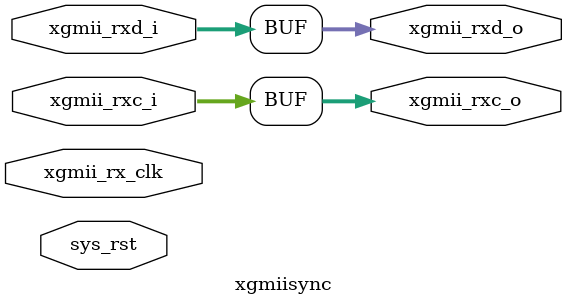
<source format=v>
module xgmiisync # (
	parameter Gap = 4'h0
) (
	input         sys_rst,
	input         xgmii_rx_clk,
	input  [63:0] xgmii_rxd_i,
	input  [ 7:0] xgmii_rxc_i,
	output [63:0] xgmii_rxd_o,
	output [ 7:0] xgmii_rxc_o
);

`ifdef NO
//-----------------------------------
// logic
//-----------------------------------
reg [71:0] rxd = 72'h00;
reg [35:0] rxd2 = 36'h00;
reg [3:0] gap_count = 4'h0;
reg start = 1'b0;
reg quad_shift = 1'b0;
always @(posedge xgmii_rx_clk) begin
	if (sys_rst) begin
		rxd <= 72'h00;
		rxd2 <= 36'h00;
		gap_count <= 4'h0;
		start <= 1'b0;
		quad_shift <= 1'b0;
	end else begin
		if (xgmii_rxd[71:64] != 8'hff || xgmii_rxd[7:0] != 8'h07) begin
			if (start == 1'b1) begin
				if (xgmii_rxd[68] == 1'b0) begin
					quad_shift <= 1'b0;
					rxd[71:0] <= xgmii_rxd[71:0];
				end else begin
					rxd2[35:0] <= {xgmii_rxd[71:68],xgmii_rxd[63:32]};
					quad_shift <= 1'b1;
				end
			end else begin
				if (quad_shift == 1'b0) begin
					rxd[71:0] <= xgmii_rxd[71:0];
				end else begin
					rxd[71:0] <= {xgmii_rxd[67:64], rxd2[35:32], xgmii_rxd[31:0], rxd2[31:0]};
					rxd2[35:0] <= {xgmii_rxd[71:68],xgmii_rxd[63:32]};
				end
			end
			gap_count <= Gap;
			start <= 1'b0;
		end else begin
			start <= 1'b1;
			if (gap_count != 4'h0) begin
				if (quad_shift == 1'b1)
					rxd[71:0] <= {4'hf, rxd2[35:32], 32'h07_07_07_07, rxd2[31:0]};
				else begin
					rxd[71:0] <= 72'hff_07_07_07_07_07_07_07_07;
					gap_count <= gap_count - 4'h1;
				end
				quad_shift <= 1'b0;
			end
		end
	end
end
`endif

assign xgmii_rxd_o = xgmii_rxd_i;
assign xgmii_rxc_o = xgmii_rxc_i;

endmodule

</source>
